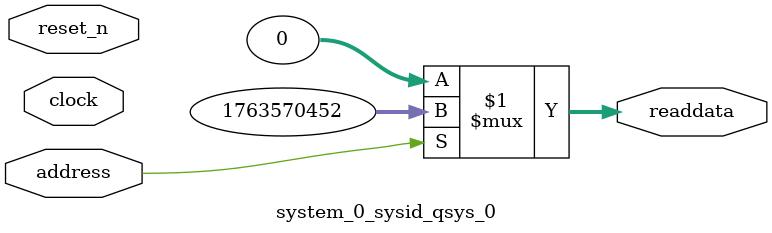
<source format=v>

`timescale 1ns / 1ps
// synthesis translate_on

// turn off superfluous verilog processor warnings 
// altera message_level Level1 
// altera message_off 10034 10035 10036 10037 10230 10240 10030 

module system_0_sysid_qsys_0 (
               // inputs:
                address,
                clock,
                reset_n,

               // outputs:
                readdata
             )
;

  output  [ 31: 0] readdata;
  input            address;
  input            clock;
  input            reset_n;

  wire    [ 31: 0] readdata;
  //control_slave, which is an e_avalon_slave
  assign readdata = address ? 1763570452 : 0;

endmodule




</source>
